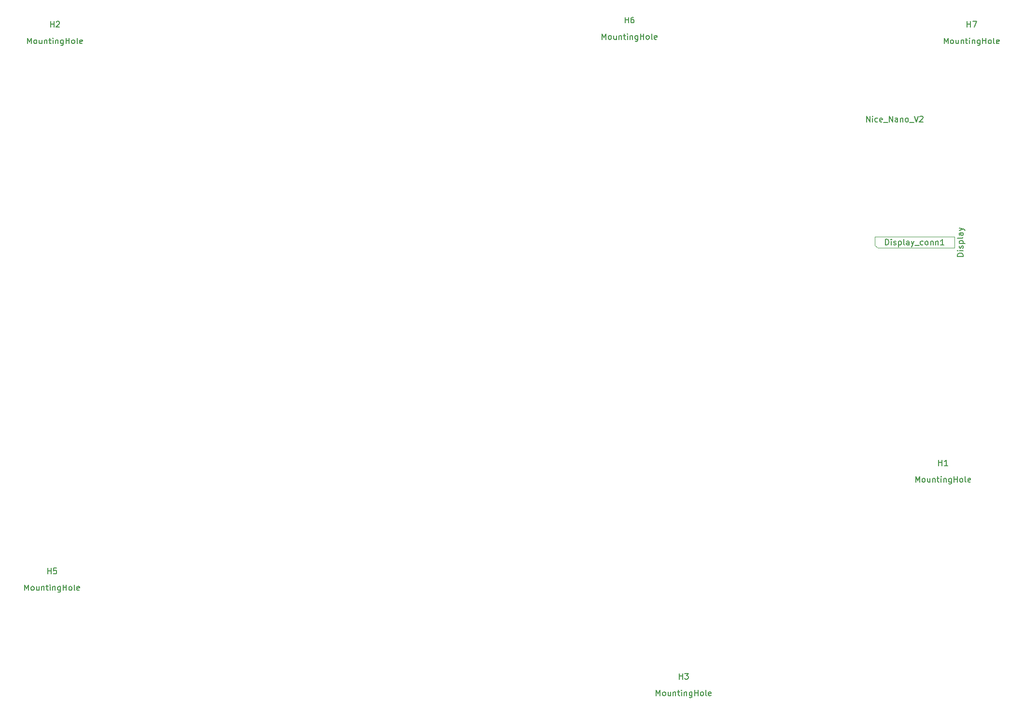
<source format=gbr>
%TF.GenerationSoftware,KiCad,Pcbnew,8.0.2-1*%
%TF.CreationDate,2024-06-04T11:33:55+02:00*%
%TF.ProjectId,keyboard,6b657962-6f61-4726-942e-6b696361645f,rev?*%
%TF.SameCoordinates,Original*%
%TF.FileFunction,AssemblyDrawing,Top*%
%FSLAX46Y46*%
G04 Gerber Fmt 4.6, Leading zero omitted, Abs format (unit mm)*
G04 Created by KiCad (PCBNEW 8.0.2-1) date 2024-06-04 11:33:55*
%MOMM*%
%LPD*%
G01*
G04 APERTURE LIST*
%ADD10C,0.150000*%
%ADD11C,0.100000*%
G04 APERTURE END LIST*
D10*
X193464285Y-110854819D02*
X193464285Y-109854819D01*
X193464285Y-109854819D02*
X193797618Y-110569104D01*
X193797618Y-110569104D02*
X194130951Y-109854819D01*
X194130951Y-109854819D02*
X194130951Y-110854819D01*
X194749999Y-110854819D02*
X194654761Y-110807200D01*
X194654761Y-110807200D02*
X194607142Y-110759580D01*
X194607142Y-110759580D02*
X194559523Y-110664342D01*
X194559523Y-110664342D02*
X194559523Y-110378628D01*
X194559523Y-110378628D02*
X194607142Y-110283390D01*
X194607142Y-110283390D02*
X194654761Y-110235771D01*
X194654761Y-110235771D02*
X194749999Y-110188152D01*
X194749999Y-110188152D02*
X194892856Y-110188152D01*
X194892856Y-110188152D02*
X194988094Y-110235771D01*
X194988094Y-110235771D02*
X195035713Y-110283390D01*
X195035713Y-110283390D02*
X195083332Y-110378628D01*
X195083332Y-110378628D02*
X195083332Y-110664342D01*
X195083332Y-110664342D02*
X195035713Y-110759580D01*
X195035713Y-110759580D02*
X194988094Y-110807200D01*
X194988094Y-110807200D02*
X194892856Y-110854819D01*
X194892856Y-110854819D02*
X194749999Y-110854819D01*
X195940475Y-110188152D02*
X195940475Y-110854819D01*
X195511904Y-110188152D02*
X195511904Y-110711961D01*
X195511904Y-110711961D02*
X195559523Y-110807200D01*
X195559523Y-110807200D02*
X195654761Y-110854819D01*
X195654761Y-110854819D02*
X195797618Y-110854819D01*
X195797618Y-110854819D02*
X195892856Y-110807200D01*
X195892856Y-110807200D02*
X195940475Y-110759580D01*
X196416666Y-110188152D02*
X196416666Y-110854819D01*
X196416666Y-110283390D02*
X196464285Y-110235771D01*
X196464285Y-110235771D02*
X196559523Y-110188152D01*
X196559523Y-110188152D02*
X196702380Y-110188152D01*
X196702380Y-110188152D02*
X196797618Y-110235771D01*
X196797618Y-110235771D02*
X196845237Y-110331009D01*
X196845237Y-110331009D02*
X196845237Y-110854819D01*
X197178571Y-110188152D02*
X197559523Y-110188152D01*
X197321428Y-109854819D02*
X197321428Y-110711961D01*
X197321428Y-110711961D02*
X197369047Y-110807200D01*
X197369047Y-110807200D02*
X197464285Y-110854819D01*
X197464285Y-110854819D02*
X197559523Y-110854819D01*
X197892857Y-110854819D02*
X197892857Y-110188152D01*
X197892857Y-109854819D02*
X197845238Y-109902438D01*
X197845238Y-109902438D02*
X197892857Y-109950057D01*
X197892857Y-109950057D02*
X197940476Y-109902438D01*
X197940476Y-109902438D02*
X197892857Y-109854819D01*
X197892857Y-109854819D02*
X197892857Y-109950057D01*
X198369047Y-110188152D02*
X198369047Y-110854819D01*
X198369047Y-110283390D02*
X198416666Y-110235771D01*
X198416666Y-110235771D02*
X198511904Y-110188152D01*
X198511904Y-110188152D02*
X198654761Y-110188152D01*
X198654761Y-110188152D02*
X198749999Y-110235771D01*
X198749999Y-110235771D02*
X198797618Y-110331009D01*
X198797618Y-110331009D02*
X198797618Y-110854819D01*
X199702380Y-110188152D02*
X199702380Y-110997676D01*
X199702380Y-110997676D02*
X199654761Y-111092914D01*
X199654761Y-111092914D02*
X199607142Y-111140533D01*
X199607142Y-111140533D02*
X199511904Y-111188152D01*
X199511904Y-111188152D02*
X199369047Y-111188152D01*
X199369047Y-111188152D02*
X199273809Y-111140533D01*
X199702380Y-110807200D02*
X199607142Y-110854819D01*
X199607142Y-110854819D02*
X199416666Y-110854819D01*
X199416666Y-110854819D02*
X199321428Y-110807200D01*
X199321428Y-110807200D02*
X199273809Y-110759580D01*
X199273809Y-110759580D02*
X199226190Y-110664342D01*
X199226190Y-110664342D02*
X199226190Y-110378628D01*
X199226190Y-110378628D02*
X199273809Y-110283390D01*
X199273809Y-110283390D02*
X199321428Y-110235771D01*
X199321428Y-110235771D02*
X199416666Y-110188152D01*
X199416666Y-110188152D02*
X199607142Y-110188152D01*
X199607142Y-110188152D02*
X199702380Y-110235771D01*
X200178571Y-110854819D02*
X200178571Y-109854819D01*
X200178571Y-110331009D02*
X200749999Y-110331009D01*
X200749999Y-110854819D02*
X200749999Y-109854819D01*
X201369047Y-110854819D02*
X201273809Y-110807200D01*
X201273809Y-110807200D02*
X201226190Y-110759580D01*
X201226190Y-110759580D02*
X201178571Y-110664342D01*
X201178571Y-110664342D02*
X201178571Y-110378628D01*
X201178571Y-110378628D02*
X201226190Y-110283390D01*
X201226190Y-110283390D02*
X201273809Y-110235771D01*
X201273809Y-110235771D02*
X201369047Y-110188152D01*
X201369047Y-110188152D02*
X201511904Y-110188152D01*
X201511904Y-110188152D02*
X201607142Y-110235771D01*
X201607142Y-110235771D02*
X201654761Y-110283390D01*
X201654761Y-110283390D02*
X201702380Y-110378628D01*
X201702380Y-110378628D02*
X201702380Y-110664342D01*
X201702380Y-110664342D02*
X201654761Y-110759580D01*
X201654761Y-110759580D02*
X201607142Y-110807200D01*
X201607142Y-110807200D02*
X201511904Y-110854819D01*
X201511904Y-110854819D02*
X201369047Y-110854819D01*
X202273809Y-110854819D02*
X202178571Y-110807200D01*
X202178571Y-110807200D02*
X202130952Y-110711961D01*
X202130952Y-110711961D02*
X202130952Y-109854819D01*
X203035714Y-110807200D02*
X202940476Y-110854819D01*
X202940476Y-110854819D02*
X202750000Y-110854819D01*
X202750000Y-110854819D02*
X202654762Y-110807200D01*
X202654762Y-110807200D02*
X202607143Y-110711961D01*
X202607143Y-110711961D02*
X202607143Y-110331009D01*
X202607143Y-110331009D02*
X202654762Y-110235771D01*
X202654762Y-110235771D02*
X202750000Y-110188152D01*
X202750000Y-110188152D02*
X202940476Y-110188152D01*
X202940476Y-110188152D02*
X203035714Y-110235771D01*
X203035714Y-110235771D02*
X203083333Y-110331009D01*
X203083333Y-110331009D02*
X203083333Y-110426247D01*
X203083333Y-110426247D02*
X202607143Y-110521485D01*
X197488095Y-107954819D02*
X197488095Y-106954819D01*
X197488095Y-107431009D02*
X198059523Y-107431009D01*
X198059523Y-107954819D02*
X198059523Y-106954819D01*
X199059523Y-107954819D02*
X198488095Y-107954819D01*
X198773809Y-107954819D02*
X198773809Y-106954819D01*
X198773809Y-106954819D02*
X198678571Y-107097676D01*
X198678571Y-107097676D02*
X198583333Y-107192914D01*
X198583333Y-107192914D02*
X198488095Y-107240533D01*
X37714285Y-33854819D02*
X37714285Y-32854819D01*
X37714285Y-32854819D02*
X38047618Y-33569104D01*
X38047618Y-33569104D02*
X38380951Y-32854819D01*
X38380951Y-32854819D02*
X38380951Y-33854819D01*
X38999999Y-33854819D02*
X38904761Y-33807200D01*
X38904761Y-33807200D02*
X38857142Y-33759580D01*
X38857142Y-33759580D02*
X38809523Y-33664342D01*
X38809523Y-33664342D02*
X38809523Y-33378628D01*
X38809523Y-33378628D02*
X38857142Y-33283390D01*
X38857142Y-33283390D02*
X38904761Y-33235771D01*
X38904761Y-33235771D02*
X38999999Y-33188152D01*
X38999999Y-33188152D02*
X39142856Y-33188152D01*
X39142856Y-33188152D02*
X39238094Y-33235771D01*
X39238094Y-33235771D02*
X39285713Y-33283390D01*
X39285713Y-33283390D02*
X39333332Y-33378628D01*
X39333332Y-33378628D02*
X39333332Y-33664342D01*
X39333332Y-33664342D02*
X39285713Y-33759580D01*
X39285713Y-33759580D02*
X39238094Y-33807200D01*
X39238094Y-33807200D02*
X39142856Y-33854819D01*
X39142856Y-33854819D02*
X38999999Y-33854819D01*
X40190475Y-33188152D02*
X40190475Y-33854819D01*
X39761904Y-33188152D02*
X39761904Y-33711961D01*
X39761904Y-33711961D02*
X39809523Y-33807200D01*
X39809523Y-33807200D02*
X39904761Y-33854819D01*
X39904761Y-33854819D02*
X40047618Y-33854819D01*
X40047618Y-33854819D02*
X40142856Y-33807200D01*
X40142856Y-33807200D02*
X40190475Y-33759580D01*
X40666666Y-33188152D02*
X40666666Y-33854819D01*
X40666666Y-33283390D02*
X40714285Y-33235771D01*
X40714285Y-33235771D02*
X40809523Y-33188152D01*
X40809523Y-33188152D02*
X40952380Y-33188152D01*
X40952380Y-33188152D02*
X41047618Y-33235771D01*
X41047618Y-33235771D02*
X41095237Y-33331009D01*
X41095237Y-33331009D02*
X41095237Y-33854819D01*
X41428571Y-33188152D02*
X41809523Y-33188152D01*
X41571428Y-32854819D02*
X41571428Y-33711961D01*
X41571428Y-33711961D02*
X41619047Y-33807200D01*
X41619047Y-33807200D02*
X41714285Y-33854819D01*
X41714285Y-33854819D02*
X41809523Y-33854819D01*
X42142857Y-33854819D02*
X42142857Y-33188152D01*
X42142857Y-32854819D02*
X42095238Y-32902438D01*
X42095238Y-32902438D02*
X42142857Y-32950057D01*
X42142857Y-32950057D02*
X42190476Y-32902438D01*
X42190476Y-32902438D02*
X42142857Y-32854819D01*
X42142857Y-32854819D02*
X42142857Y-32950057D01*
X42619047Y-33188152D02*
X42619047Y-33854819D01*
X42619047Y-33283390D02*
X42666666Y-33235771D01*
X42666666Y-33235771D02*
X42761904Y-33188152D01*
X42761904Y-33188152D02*
X42904761Y-33188152D01*
X42904761Y-33188152D02*
X42999999Y-33235771D01*
X42999999Y-33235771D02*
X43047618Y-33331009D01*
X43047618Y-33331009D02*
X43047618Y-33854819D01*
X43952380Y-33188152D02*
X43952380Y-33997676D01*
X43952380Y-33997676D02*
X43904761Y-34092914D01*
X43904761Y-34092914D02*
X43857142Y-34140533D01*
X43857142Y-34140533D02*
X43761904Y-34188152D01*
X43761904Y-34188152D02*
X43619047Y-34188152D01*
X43619047Y-34188152D02*
X43523809Y-34140533D01*
X43952380Y-33807200D02*
X43857142Y-33854819D01*
X43857142Y-33854819D02*
X43666666Y-33854819D01*
X43666666Y-33854819D02*
X43571428Y-33807200D01*
X43571428Y-33807200D02*
X43523809Y-33759580D01*
X43523809Y-33759580D02*
X43476190Y-33664342D01*
X43476190Y-33664342D02*
X43476190Y-33378628D01*
X43476190Y-33378628D02*
X43523809Y-33283390D01*
X43523809Y-33283390D02*
X43571428Y-33235771D01*
X43571428Y-33235771D02*
X43666666Y-33188152D01*
X43666666Y-33188152D02*
X43857142Y-33188152D01*
X43857142Y-33188152D02*
X43952380Y-33235771D01*
X44428571Y-33854819D02*
X44428571Y-32854819D01*
X44428571Y-33331009D02*
X44999999Y-33331009D01*
X44999999Y-33854819D02*
X44999999Y-32854819D01*
X45619047Y-33854819D02*
X45523809Y-33807200D01*
X45523809Y-33807200D02*
X45476190Y-33759580D01*
X45476190Y-33759580D02*
X45428571Y-33664342D01*
X45428571Y-33664342D02*
X45428571Y-33378628D01*
X45428571Y-33378628D02*
X45476190Y-33283390D01*
X45476190Y-33283390D02*
X45523809Y-33235771D01*
X45523809Y-33235771D02*
X45619047Y-33188152D01*
X45619047Y-33188152D02*
X45761904Y-33188152D01*
X45761904Y-33188152D02*
X45857142Y-33235771D01*
X45857142Y-33235771D02*
X45904761Y-33283390D01*
X45904761Y-33283390D02*
X45952380Y-33378628D01*
X45952380Y-33378628D02*
X45952380Y-33664342D01*
X45952380Y-33664342D02*
X45904761Y-33759580D01*
X45904761Y-33759580D02*
X45857142Y-33807200D01*
X45857142Y-33807200D02*
X45761904Y-33854819D01*
X45761904Y-33854819D02*
X45619047Y-33854819D01*
X46523809Y-33854819D02*
X46428571Y-33807200D01*
X46428571Y-33807200D02*
X46380952Y-33711961D01*
X46380952Y-33711961D02*
X46380952Y-32854819D01*
X47285714Y-33807200D02*
X47190476Y-33854819D01*
X47190476Y-33854819D02*
X47000000Y-33854819D01*
X47000000Y-33854819D02*
X46904762Y-33807200D01*
X46904762Y-33807200D02*
X46857143Y-33711961D01*
X46857143Y-33711961D02*
X46857143Y-33331009D01*
X46857143Y-33331009D02*
X46904762Y-33235771D01*
X46904762Y-33235771D02*
X47000000Y-33188152D01*
X47000000Y-33188152D02*
X47190476Y-33188152D01*
X47190476Y-33188152D02*
X47285714Y-33235771D01*
X47285714Y-33235771D02*
X47333333Y-33331009D01*
X47333333Y-33331009D02*
X47333333Y-33426247D01*
X47333333Y-33426247D02*
X46857143Y-33521485D01*
X41738095Y-30954819D02*
X41738095Y-29954819D01*
X41738095Y-30431009D02*
X42309523Y-30431009D01*
X42309523Y-30954819D02*
X42309523Y-29954819D01*
X42738095Y-30050057D02*
X42785714Y-30002438D01*
X42785714Y-30002438D02*
X42880952Y-29954819D01*
X42880952Y-29954819D02*
X43119047Y-29954819D01*
X43119047Y-29954819D02*
X43214285Y-30002438D01*
X43214285Y-30002438D02*
X43261904Y-30050057D01*
X43261904Y-30050057D02*
X43309523Y-30145295D01*
X43309523Y-30145295D02*
X43309523Y-30240533D01*
X43309523Y-30240533D02*
X43261904Y-30383390D01*
X43261904Y-30383390D02*
X42690476Y-30954819D01*
X42690476Y-30954819D02*
X43309523Y-30954819D01*
X147964285Y-148354819D02*
X147964285Y-147354819D01*
X147964285Y-147354819D02*
X148297618Y-148069104D01*
X148297618Y-148069104D02*
X148630951Y-147354819D01*
X148630951Y-147354819D02*
X148630951Y-148354819D01*
X149249999Y-148354819D02*
X149154761Y-148307200D01*
X149154761Y-148307200D02*
X149107142Y-148259580D01*
X149107142Y-148259580D02*
X149059523Y-148164342D01*
X149059523Y-148164342D02*
X149059523Y-147878628D01*
X149059523Y-147878628D02*
X149107142Y-147783390D01*
X149107142Y-147783390D02*
X149154761Y-147735771D01*
X149154761Y-147735771D02*
X149249999Y-147688152D01*
X149249999Y-147688152D02*
X149392856Y-147688152D01*
X149392856Y-147688152D02*
X149488094Y-147735771D01*
X149488094Y-147735771D02*
X149535713Y-147783390D01*
X149535713Y-147783390D02*
X149583332Y-147878628D01*
X149583332Y-147878628D02*
X149583332Y-148164342D01*
X149583332Y-148164342D02*
X149535713Y-148259580D01*
X149535713Y-148259580D02*
X149488094Y-148307200D01*
X149488094Y-148307200D02*
X149392856Y-148354819D01*
X149392856Y-148354819D02*
X149249999Y-148354819D01*
X150440475Y-147688152D02*
X150440475Y-148354819D01*
X150011904Y-147688152D02*
X150011904Y-148211961D01*
X150011904Y-148211961D02*
X150059523Y-148307200D01*
X150059523Y-148307200D02*
X150154761Y-148354819D01*
X150154761Y-148354819D02*
X150297618Y-148354819D01*
X150297618Y-148354819D02*
X150392856Y-148307200D01*
X150392856Y-148307200D02*
X150440475Y-148259580D01*
X150916666Y-147688152D02*
X150916666Y-148354819D01*
X150916666Y-147783390D02*
X150964285Y-147735771D01*
X150964285Y-147735771D02*
X151059523Y-147688152D01*
X151059523Y-147688152D02*
X151202380Y-147688152D01*
X151202380Y-147688152D02*
X151297618Y-147735771D01*
X151297618Y-147735771D02*
X151345237Y-147831009D01*
X151345237Y-147831009D02*
X151345237Y-148354819D01*
X151678571Y-147688152D02*
X152059523Y-147688152D01*
X151821428Y-147354819D02*
X151821428Y-148211961D01*
X151821428Y-148211961D02*
X151869047Y-148307200D01*
X151869047Y-148307200D02*
X151964285Y-148354819D01*
X151964285Y-148354819D02*
X152059523Y-148354819D01*
X152392857Y-148354819D02*
X152392857Y-147688152D01*
X152392857Y-147354819D02*
X152345238Y-147402438D01*
X152345238Y-147402438D02*
X152392857Y-147450057D01*
X152392857Y-147450057D02*
X152440476Y-147402438D01*
X152440476Y-147402438D02*
X152392857Y-147354819D01*
X152392857Y-147354819D02*
X152392857Y-147450057D01*
X152869047Y-147688152D02*
X152869047Y-148354819D01*
X152869047Y-147783390D02*
X152916666Y-147735771D01*
X152916666Y-147735771D02*
X153011904Y-147688152D01*
X153011904Y-147688152D02*
X153154761Y-147688152D01*
X153154761Y-147688152D02*
X153249999Y-147735771D01*
X153249999Y-147735771D02*
X153297618Y-147831009D01*
X153297618Y-147831009D02*
X153297618Y-148354819D01*
X154202380Y-147688152D02*
X154202380Y-148497676D01*
X154202380Y-148497676D02*
X154154761Y-148592914D01*
X154154761Y-148592914D02*
X154107142Y-148640533D01*
X154107142Y-148640533D02*
X154011904Y-148688152D01*
X154011904Y-148688152D02*
X153869047Y-148688152D01*
X153869047Y-148688152D02*
X153773809Y-148640533D01*
X154202380Y-148307200D02*
X154107142Y-148354819D01*
X154107142Y-148354819D02*
X153916666Y-148354819D01*
X153916666Y-148354819D02*
X153821428Y-148307200D01*
X153821428Y-148307200D02*
X153773809Y-148259580D01*
X153773809Y-148259580D02*
X153726190Y-148164342D01*
X153726190Y-148164342D02*
X153726190Y-147878628D01*
X153726190Y-147878628D02*
X153773809Y-147783390D01*
X153773809Y-147783390D02*
X153821428Y-147735771D01*
X153821428Y-147735771D02*
X153916666Y-147688152D01*
X153916666Y-147688152D02*
X154107142Y-147688152D01*
X154107142Y-147688152D02*
X154202380Y-147735771D01*
X154678571Y-148354819D02*
X154678571Y-147354819D01*
X154678571Y-147831009D02*
X155249999Y-147831009D01*
X155249999Y-148354819D02*
X155249999Y-147354819D01*
X155869047Y-148354819D02*
X155773809Y-148307200D01*
X155773809Y-148307200D02*
X155726190Y-148259580D01*
X155726190Y-148259580D02*
X155678571Y-148164342D01*
X155678571Y-148164342D02*
X155678571Y-147878628D01*
X155678571Y-147878628D02*
X155726190Y-147783390D01*
X155726190Y-147783390D02*
X155773809Y-147735771D01*
X155773809Y-147735771D02*
X155869047Y-147688152D01*
X155869047Y-147688152D02*
X156011904Y-147688152D01*
X156011904Y-147688152D02*
X156107142Y-147735771D01*
X156107142Y-147735771D02*
X156154761Y-147783390D01*
X156154761Y-147783390D02*
X156202380Y-147878628D01*
X156202380Y-147878628D02*
X156202380Y-148164342D01*
X156202380Y-148164342D02*
X156154761Y-148259580D01*
X156154761Y-148259580D02*
X156107142Y-148307200D01*
X156107142Y-148307200D02*
X156011904Y-148354819D01*
X156011904Y-148354819D02*
X155869047Y-148354819D01*
X156773809Y-148354819D02*
X156678571Y-148307200D01*
X156678571Y-148307200D02*
X156630952Y-148211961D01*
X156630952Y-148211961D02*
X156630952Y-147354819D01*
X157535714Y-148307200D02*
X157440476Y-148354819D01*
X157440476Y-148354819D02*
X157250000Y-148354819D01*
X157250000Y-148354819D02*
X157154762Y-148307200D01*
X157154762Y-148307200D02*
X157107143Y-148211961D01*
X157107143Y-148211961D02*
X157107143Y-147831009D01*
X157107143Y-147831009D02*
X157154762Y-147735771D01*
X157154762Y-147735771D02*
X157250000Y-147688152D01*
X157250000Y-147688152D02*
X157440476Y-147688152D01*
X157440476Y-147688152D02*
X157535714Y-147735771D01*
X157535714Y-147735771D02*
X157583333Y-147831009D01*
X157583333Y-147831009D02*
X157583333Y-147926247D01*
X157583333Y-147926247D02*
X157107143Y-148021485D01*
X151988095Y-145454819D02*
X151988095Y-144454819D01*
X151988095Y-144931009D02*
X152559523Y-144931009D01*
X152559523Y-145454819D02*
X152559523Y-144454819D01*
X152940476Y-144454819D02*
X153559523Y-144454819D01*
X153559523Y-144454819D02*
X153226190Y-144835771D01*
X153226190Y-144835771D02*
X153369047Y-144835771D01*
X153369047Y-144835771D02*
X153464285Y-144883390D01*
X153464285Y-144883390D02*
X153511904Y-144931009D01*
X153511904Y-144931009D02*
X153559523Y-145026247D01*
X153559523Y-145026247D02*
X153559523Y-145264342D01*
X153559523Y-145264342D02*
X153511904Y-145359580D01*
X153511904Y-145359580D02*
X153464285Y-145407200D01*
X153464285Y-145407200D02*
X153369047Y-145454819D01*
X153369047Y-145454819D02*
X153083333Y-145454819D01*
X153083333Y-145454819D02*
X152988095Y-145407200D01*
X152988095Y-145407200D02*
X152940476Y-145359580D01*
X138464285Y-33104819D02*
X138464285Y-32104819D01*
X138464285Y-32104819D02*
X138797618Y-32819104D01*
X138797618Y-32819104D02*
X139130951Y-32104819D01*
X139130951Y-32104819D02*
X139130951Y-33104819D01*
X139749999Y-33104819D02*
X139654761Y-33057200D01*
X139654761Y-33057200D02*
X139607142Y-33009580D01*
X139607142Y-33009580D02*
X139559523Y-32914342D01*
X139559523Y-32914342D02*
X139559523Y-32628628D01*
X139559523Y-32628628D02*
X139607142Y-32533390D01*
X139607142Y-32533390D02*
X139654761Y-32485771D01*
X139654761Y-32485771D02*
X139749999Y-32438152D01*
X139749999Y-32438152D02*
X139892856Y-32438152D01*
X139892856Y-32438152D02*
X139988094Y-32485771D01*
X139988094Y-32485771D02*
X140035713Y-32533390D01*
X140035713Y-32533390D02*
X140083332Y-32628628D01*
X140083332Y-32628628D02*
X140083332Y-32914342D01*
X140083332Y-32914342D02*
X140035713Y-33009580D01*
X140035713Y-33009580D02*
X139988094Y-33057200D01*
X139988094Y-33057200D02*
X139892856Y-33104819D01*
X139892856Y-33104819D02*
X139749999Y-33104819D01*
X140940475Y-32438152D02*
X140940475Y-33104819D01*
X140511904Y-32438152D02*
X140511904Y-32961961D01*
X140511904Y-32961961D02*
X140559523Y-33057200D01*
X140559523Y-33057200D02*
X140654761Y-33104819D01*
X140654761Y-33104819D02*
X140797618Y-33104819D01*
X140797618Y-33104819D02*
X140892856Y-33057200D01*
X140892856Y-33057200D02*
X140940475Y-33009580D01*
X141416666Y-32438152D02*
X141416666Y-33104819D01*
X141416666Y-32533390D02*
X141464285Y-32485771D01*
X141464285Y-32485771D02*
X141559523Y-32438152D01*
X141559523Y-32438152D02*
X141702380Y-32438152D01*
X141702380Y-32438152D02*
X141797618Y-32485771D01*
X141797618Y-32485771D02*
X141845237Y-32581009D01*
X141845237Y-32581009D02*
X141845237Y-33104819D01*
X142178571Y-32438152D02*
X142559523Y-32438152D01*
X142321428Y-32104819D02*
X142321428Y-32961961D01*
X142321428Y-32961961D02*
X142369047Y-33057200D01*
X142369047Y-33057200D02*
X142464285Y-33104819D01*
X142464285Y-33104819D02*
X142559523Y-33104819D01*
X142892857Y-33104819D02*
X142892857Y-32438152D01*
X142892857Y-32104819D02*
X142845238Y-32152438D01*
X142845238Y-32152438D02*
X142892857Y-32200057D01*
X142892857Y-32200057D02*
X142940476Y-32152438D01*
X142940476Y-32152438D02*
X142892857Y-32104819D01*
X142892857Y-32104819D02*
X142892857Y-32200057D01*
X143369047Y-32438152D02*
X143369047Y-33104819D01*
X143369047Y-32533390D02*
X143416666Y-32485771D01*
X143416666Y-32485771D02*
X143511904Y-32438152D01*
X143511904Y-32438152D02*
X143654761Y-32438152D01*
X143654761Y-32438152D02*
X143749999Y-32485771D01*
X143749999Y-32485771D02*
X143797618Y-32581009D01*
X143797618Y-32581009D02*
X143797618Y-33104819D01*
X144702380Y-32438152D02*
X144702380Y-33247676D01*
X144702380Y-33247676D02*
X144654761Y-33342914D01*
X144654761Y-33342914D02*
X144607142Y-33390533D01*
X144607142Y-33390533D02*
X144511904Y-33438152D01*
X144511904Y-33438152D02*
X144369047Y-33438152D01*
X144369047Y-33438152D02*
X144273809Y-33390533D01*
X144702380Y-33057200D02*
X144607142Y-33104819D01*
X144607142Y-33104819D02*
X144416666Y-33104819D01*
X144416666Y-33104819D02*
X144321428Y-33057200D01*
X144321428Y-33057200D02*
X144273809Y-33009580D01*
X144273809Y-33009580D02*
X144226190Y-32914342D01*
X144226190Y-32914342D02*
X144226190Y-32628628D01*
X144226190Y-32628628D02*
X144273809Y-32533390D01*
X144273809Y-32533390D02*
X144321428Y-32485771D01*
X144321428Y-32485771D02*
X144416666Y-32438152D01*
X144416666Y-32438152D02*
X144607142Y-32438152D01*
X144607142Y-32438152D02*
X144702380Y-32485771D01*
X145178571Y-33104819D02*
X145178571Y-32104819D01*
X145178571Y-32581009D02*
X145749999Y-32581009D01*
X145749999Y-33104819D02*
X145749999Y-32104819D01*
X146369047Y-33104819D02*
X146273809Y-33057200D01*
X146273809Y-33057200D02*
X146226190Y-33009580D01*
X146226190Y-33009580D02*
X146178571Y-32914342D01*
X146178571Y-32914342D02*
X146178571Y-32628628D01*
X146178571Y-32628628D02*
X146226190Y-32533390D01*
X146226190Y-32533390D02*
X146273809Y-32485771D01*
X146273809Y-32485771D02*
X146369047Y-32438152D01*
X146369047Y-32438152D02*
X146511904Y-32438152D01*
X146511904Y-32438152D02*
X146607142Y-32485771D01*
X146607142Y-32485771D02*
X146654761Y-32533390D01*
X146654761Y-32533390D02*
X146702380Y-32628628D01*
X146702380Y-32628628D02*
X146702380Y-32914342D01*
X146702380Y-32914342D02*
X146654761Y-33009580D01*
X146654761Y-33009580D02*
X146607142Y-33057200D01*
X146607142Y-33057200D02*
X146511904Y-33104819D01*
X146511904Y-33104819D02*
X146369047Y-33104819D01*
X147273809Y-33104819D02*
X147178571Y-33057200D01*
X147178571Y-33057200D02*
X147130952Y-32961961D01*
X147130952Y-32961961D02*
X147130952Y-32104819D01*
X148035714Y-33057200D02*
X147940476Y-33104819D01*
X147940476Y-33104819D02*
X147750000Y-33104819D01*
X147750000Y-33104819D02*
X147654762Y-33057200D01*
X147654762Y-33057200D02*
X147607143Y-32961961D01*
X147607143Y-32961961D02*
X147607143Y-32581009D01*
X147607143Y-32581009D02*
X147654762Y-32485771D01*
X147654762Y-32485771D02*
X147750000Y-32438152D01*
X147750000Y-32438152D02*
X147940476Y-32438152D01*
X147940476Y-32438152D02*
X148035714Y-32485771D01*
X148035714Y-32485771D02*
X148083333Y-32581009D01*
X148083333Y-32581009D02*
X148083333Y-32676247D01*
X148083333Y-32676247D02*
X147607143Y-32771485D01*
X142488095Y-30204819D02*
X142488095Y-29204819D01*
X142488095Y-29681009D02*
X143059523Y-29681009D01*
X143059523Y-30204819D02*
X143059523Y-29204819D01*
X143964285Y-29204819D02*
X143773809Y-29204819D01*
X143773809Y-29204819D02*
X143678571Y-29252438D01*
X143678571Y-29252438D02*
X143630952Y-29300057D01*
X143630952Y-29300057D02*
X143535714Y-29442914D01*
X143535714Y-29442914D02*
X143488095Y-29633390D01*
X143488095Y-29633390D02*
X143488095Y-30014342D01*
X143488095Y-30014342D02*
X143535714Y-30109580D01*
X143535714Y-30109580D02*
X143583333Y-30157200D01*
X143583333Y-30157200D02*
X143678571Y-30204819D01*
X143678571Y-30204819D02*
X143869047Y-30204819D01*
X143869047Y-30204819D02*
X143964285Y-30157200D01*
X143964285Y-30157200D02*
X144011904Y-30109580D01*
X144011904Y-30109580D02*
X144059523Y-30014342D01*
X144059523Y-30014342D02*
X144059523Y-29776247D01*
X144059523Y-29776247D02*
X144011904Y-29681009D01*
X144011904Y-29681009D02*
X143964285Y-29633390D01*
X143964285Y-29633390D02*
X143869047Y-29585771D01*
X143869047Y-29585771D02*
X143678571Y-29585771D01*
X143678571Y-29585771D02*
X143583333Y-29633390D01*
X143583333Y-29633390D02*
X143535714Y-29681009D01*
X143535714Y-29681009D02*
X143488095Y-29776247D01*
X184821428Y-47589819D02*
X184821428Y-46589819D01*
X184821428Y-46589819D02*
X185392856Y-47589819D01*
X185392856Y-47589819D02*
X185392856Y-46589819D01*
X185869047Y-47589819D02*
X185869047Y-46923152D01*
X185869047Y-46589819D02*
X185821428Y-46637438D01*
X185821428Y-46637438D02*
X185869047Y-46685057D01*
X185869047Y-46685057D02*
X185916666Y-46637438D01*
X185916666Y-46637438D02*
X185869047Y-46589819D01*
X185869047Y-46589819D02*
X185869047Y-46685057D01*
X186773808Y-47542200D02*
X186678570Y-47589819D01*
X186678570Y-47589819D02*
X186488094Y-47589819D01*
X186488094Y-47589819D02*
X186392856Y-47542200D01*
X186392856Y-47542200D02*
X186345237Y-47494580D01*
X186345237Y-47494580D02*
X186297618Y-47399342D01*
X186297618Y-47399342D02*
X186297618Y-47113628D01*
X186297618Y-47113628D02*
X186345237Y-47018390D01*
X186345237Y-47018390D02*
X186392856Y-46970771D01*
X186392856Y-46970771D02*
X186488094Y-46923152D01*
X186488094Y-46923152D02*
X186678570Y-46923152D01*
X186678570Y-46923152D02*
X186773808Y-46970771D01*
X187583332Y-47542200D02*
X187488094Y-47589819D01*
X187488094Y-47589819D02*
X187297618Y-47589819D01*
X187297618Y-47589819D02*
X187202380Y-47542200D01*
X187202380Y-47542200D02*
X187154761Y-47446961D01*
X187154761Y-47446961D02*
X187154761Y-47066009D01*
X187154761Y-47066009D02*
X187202380Y-46970771D01*
X187202380Y-46970771D02*
X187297618Y-46923152D01*
X187297618Y-46923152D02*
X187488094Y-46923152D01*
X187488094Y-46923152D02*
X187583332Y-46970771D01*
X187583332Y-46970771D02*
X187630951Y-47066009D01*
X187630951Y-47066009D02*
X187630951Y-47161247D01*
X187630951Y-47161247D02*
X187154761Y-47256485D01*
X187821428Y-47685057D02*
X188583332Y-47685057D01*
X188821428Y-47589819D02*
X188821428Y-46589819D01*
X188821428Y-46589819D02*
X189392856Y-47589819D01*
X189392856Y-47589819D02*
X189392856Y-46589819D01*
X190297618Y-47589819D02*
X190297618Y-47066009D01*
X190297618Y-47066009D02*
X190249999Y-46970771D01*
X190249999Y-46970771D02*
X190154761Y-46923152D01*
X190154761Y-46923152D02*
X189964285Y-46923152D01*
X189964285Y-46923152D02*
X189869047Y-46970771D01*
X190297618Y-47542200D02*
X190202380Y-47589819D01*
X190202380Y-47589819D02*
X189964285Y-47589819D01*
X189964285Y-47589819D02*
X189869047Y-47542200D01*
X189869047Y-47542200D02*
X189821428Y-47446961D01*
X189821428Y-47446961D02*
X189821428Y-47351723D01*
X189821428Y-47351723D02*
X189869047Y-47256485D01*
X189869047Y-47256485D02*
X189964285Y-47208866D01*
X189964285Y-47208866D02*
X190202380Y-47208866D01*
X190202380Y-47208866D02*
X190297618Y-47161247D01*
X190773809Y-46923152D02*
X190773809Y-47589819D01*
X190773809Y-47018390D02*
X190821428Y-46970771D01*
X190821428Y-46970771D02*
X190916666Y-46923152D01*
X190916666Y-46923152D02*
X191059523Y-46923152D01*
X191059523Y-46923152D02*
X191154761Y-46970771D01*
X191154761Y-46970771D02*
X191202380Y-47066009D01*
X191202380Y-47066009D02*
X191202380Y-47589819D01*
X191821428Y-47589819D02*
X191726190Y-47542200D01*
X191726190Y-47542200D02*
X191678571Y-47494580D01*
X191678571Y-47494580D02*
X191630952Y-47399342D01*
X191630952Y-47399342D02*
X191630952Y-47113628D01*
X191630952Y-47113628D02*
X191678571Y-47018390D01*
X191678571Y-47018390D02*
X191726190Y-46970771D01*
X191726190Y-46970771D02*
X191821428Y-46923152D01*
X191821428Y-46923152D02*
X191964285Y-46923152D01*
X191964285Y-46923152D02*
X192059523Y-46970771D01*
X192059523Y-46970771D02*
X192107142Y-47018390D01*
X192107142Y-47018390D02*
X192154761Y-47113628D01*
X192154761Y-47113628D02*
X192154761Y-47399342D01*
X192154761Y-47399342D02*
X192107142Y-47494580D01*
X192107142Y-47494580D02*
X192059523Y-47542200D01*
X192059523Y-47542200D02*
X191964285Y-47589819D01*
X191964285Y-47589819D02*
X191821428Y-47589819D01*
X192345238Y-47685057D02*
X193107142Y-47685057D01*
X193202381Y-46589819D02*
X193535714Y-47589819D01*
X193535714Y-47589819D02*
X193869047Y-46589819D01*
X194154762Y-46685057D02*
X194202381Y-46637438D01*
X194202381Y-46637438D02*
X194297619Y-46589819D01*
X194297619Y-46589819D02*
X194535714Y-46589819D01*
X194535714Y-46589819D02*
X194630952Y-46637438D01*
X194630952Y-46637438D02*
X194678571Y-46685057D01*
X194678571Y-46685057D02*
X194726190Y-46780295D01*
X194726190Y-46780295D02*
X194726190Y-46875533D01*
X194726190Y-46875533D02*
X194678571Y-47018390D01*
X194678571Y-47018390D02*
X194107143Y-47589819D01*
X194107143Y-47589819D02*
X194726190Y-47589819D01*
X198464285Y-33854819D02*
X198464285Y-32854819D01*
X198464285Y-32854819D02*
X198797618Y-33569104D01*
X198797618Y-33569104D02*
X199130951Y-32854819D01*
X199130951Y-32854819D02*
X199130951Y-33854819D01*
X199749999Y-33854819D02*
X199654761Y-33807200D01*
X199654761Y-33807200D02*
X199607142Y-33759580D01*
X199607142Y-33759580D02*
X199559523Y-33664342D01*
X199559523Y-33664342D02*
X199559523Y-33378628D01*
X199559523Y-33378628D02*
X199607142Y-33283390D01*
X199607142Y-33283390D02*
X199654761Y-33235771D01*
X199654761Y-33235771D02*
X199749999Y-33188152D01*
X199749999Y-33188152D02*
X199892856Y-33188152D01*
X199892856Y-33188152D02*
X199988094Y-33235771D01*
X199988094Y-33235771D02*
X200035713Y-33283390D01*
X200035713Y-33283390D02*
X200083332Y-33378628D01*
X200083332Y-33378628D02*
X200083332Y-33664342D01*
X200083332Y-33664342D02*
X200035713Y-33759580D01*
X200035713Y-33759580D02*
X199988094Y-33807200D01*
X199988094Y-33807200D02*
X199892856Y-33854819D01*
X199892856Y-33854819D02*
X199749999Y-33854819D01*
X200940475Y-33188152D02*
X200940475Y-33854819D01*
X200511904Y-33188152D02*
X200511904Y-33711961D01*
X200511904Y-33711961D02*
X200559523Y-33807200D01*
X200559523Y-33807200D02*
X200654761Y-33854819D01*
X200654761Y-33854819D02*
X200797618Y-33854819D01*
X200797618Y-33854819D02*
X200892856Y-33807200D01*
X200892856Y-33807200D02*
X200940475Y-33759580D01*
X201416666Y-33188152D02*
X201416666Y-33854819D01*
X201416666Y-33283390D02*
X201464285Y-33235771D01*
X201464285Y-33235771D02*
X201559523Y-33188152D01*
X201559523Y-33188152D02*
X201702380Y-33188152D01*
X201702380Y-33188152D02*
X201797618Y-33235771D01*
X201797618Y-33235771D02*
X201845237Y-33331009D01*
X201845237Y-33331009D02*
X201845237Y-33854819D01*
X202178571Y-33188152D02*
X202559523Y-33188152D01*
X202321428Y-32854819D02*
X202321428Y-33711961D01*
X202321428Y-33711961D02*
X202369047Y-33807200D01*
X202369047Y-33807200D02*
X202464285Y-33854819D01*
X202464285Y-33854819D02*
X202559523Y-33854819D01*
X202892857Y-33854819D02*
X202892857Y-33188152D01*
X202892857Y-32854819D02*
X202845238Y-32902438D01*
X202845238Y-32902438D02*
X202892857Y-32950057D01*
X202892857Y-32950057D02*
X202940476Y-32902438D01*
X202940476Y-32902438D02*
X202892857Y-32854819D01*
X202892857Y-32854819D02*
X202892857Y-32950057D01*
X203369047Y-33188152D02*
X203369047Y-33854819D01*
X203369047Y-33283390D02*
X203416666Y-33235771D01*
X203416666Y-33235771D02*
X203511904Y-33188152D01*
X203511904Y-33188152D02*
X203654761Y-33188152D01*
X203654761Y-33188152D02*
X203749999Y-33235771D01*
X203749999Y-33235771D02*
X203797618Y-33331009D01*
X203797618Y-33331009D02*
X203797618Y-33854819D01*
X204702380Y-33188152D02*
X204702380Y-33997676D01*
X204702380Y-33997676D02*
X204654761Y-34092914D01*
X204654761Y-34092914D02*
X204607142Y-34140533D01*
X204607142Y-34140533D02*
X204511904Y-34188152D01*
X204511904Y-34188152D02*
X204369047Y-34188152D01*
X204369047Y-34188152D02*
X204273809Y-34140533D01*
X204702380Y-33807200D02*
X204607142Y-33854819D01*
X204607142Y-33854819D02*
X204416666Y-33854819D01*
X204416666Y-33854819D02*
X204321428Y-33807200D01*
X204321428Y-33807200D02*
X204273809Y-33759580D01*
X204273809Y-33759580D02*
X204226190Y-33664342D01*
X204226190Y-33664342D02*
X204226190Y-33378628D01*
X204226190Y-33378628D02*
X204273809Y-33283390D01*
X204273809Y-33283390D02*
X204321428Y-33235771D01*
X204321428Y-33235771D02*
X204416666Y-33188152D01*
X204416666Y-33188152D02*
X204607142Y-33188152D01*
X204607142Y-33188152D02*
X204702380Y-33235771D01*
X205178571Y-33854819D02*
X205178571Y-32854819D01*
X205178571Y-33331009D02*
X205749999Y-33331009D01*
X205749999Y-33854819D02*
X205749999Y-32854819D01*
X206369047Y-33854819D02*
X206273809Y-33807200D01*
X206273809Y-33807200D02*
X206226190Y-33759580D01*
X206226190Y-33759580D02*
X206178571Y-33664342D01*
X206178571Y-33664342D02*
X206178571Y-33378628D01*
X206178571Y-33378628D02*
X206226190Y-33283390D01*
X206226190Y-33283390D02*
X206273809Y-33235771D01*
X206273809Y-33235771D02*
X206369047Y-33188152D01*
X206369047Y-33188152D02*
X206511904Y-33188152D01*
X206511904Y-33188152D02*
X206607142Y-33235771D01*
X206607142Y-33235771D02*
X206654761Y-33283390D01*
X206654761Y-33283390D02*
X206702380Y-33378628D01*
X206702380Y-33378628D02*
X206702380Y-33664342D01*
X206702380Y-33664342D02*
X206654761Y-33759580D01*
X206654761Y-33759580D02*
X206607142Y-33807200D01*
X206607142Y-33807200D02*
X206511904Y-33854819D01*
X206511904Y-33854819D02*
X206369047Y-33854819D01*
X207273809Y-33854819D02*
X207178571Y-33807200D01*
X207178571Y-33807200D02*
X207130952Y-33711961D01*
X207130952Y-33711961D02*
X207130952Y-32854819D01*
X208035714Y-33807200D02*
X207940476Y-33854819D01*
X207940476Y-33854819D02*
X207750000Y-33854819D01*
X207750000Y-33854819D02*
X207654762Y-33807200D01*
X207654762Y-33807200D02*
X207607143Y-33711961D01*
X207607143Y-33711961D02*
X207607143Y-33331009D01*
X207607143Y-33331009D02*
X207654762Y-33235771D01*
X207654762Y-33235771D02*
X207750000Y-33188152D01*
X207750000Y-33188152D02*
X207940476Y-33188152D01*
X207940476Y-33188152D02*
X208035714Y-33235771D01*
X208035714Y-33235771D02*
X208083333Y-33331009D01*
X208083333Y-33331009D02*
X208083333Y-33426247D01*
X208083333Y-33426247D02*
X207607143Y-33521485D01*
X202488095Y-30954819D02*
X202488095Y-29954819D01*
X202488095Y-30431009D02*
X203059523Y-30431009D01*
X203059523Y-30954819D02*
X203059523Y-29954819D01*
X203440476Y-29954819D02*
X204107142Y-29954819D01*
X204107142Y-29954819D02*
X203678571Y-30954819D01*
X37214285Y-129854819D02*
X37214285Y-128854819D01*
X37214285Y-128854819D02*
X37547618Y-129569104D01*
X37547618Y-129569104D02*
X37880951Y-128854819D01*
X37880951Y-128854819D02*
X37880951Y-129854819D01*
X38499999Y-129854819D02*
X38404761Y-129807200D01*
X38404761Y-129807200D02*
X38357142Y-129759580D01*
X38357142Y-129759580D02*
X38309523Y-129664342D01*
X38309523Y-129664342D02*
X38309523Y-129378628D01*
X38309523Y-129378628D02*
X38357142Y-129283390D01*
X38357142Y-129283390D02*
X38404761Y-129235771D01*
X38404761Y-129235771D02*
X38499999Y-129188152D01*
X38499999Y-129188152D02*
X38642856Y-129188152D01*
X38642856Y-129188152D02*
X38738094Y-129235771D01*
X38738094Y-129235771D02*
X38785713Y-129283390D01*
X38785713Y-129283390D02*
X38833332Y-129378628D01*
X38833332Y-129378628D02*
X38833332Y-129664342D01*
X38833332Y-129664342D02*
X38785713Y-129759580D01*
X38785713Y-129759580D02*
X38738094Y-129807200D01*
X38738094Y-129807200D02*
X38642856Y-129854819D01*
X38642856Y-129854819D02*
X38499999Y-129854819D01*
X39690475Y-129188152D02*
X39690475Y-129854819D01*
X39261904Y-129188152D02*
X39261904Y-129711961D01*
X39261904Y-129711961D02*
X39309523Y-129807200D01*
X39309523Y-129807200D02*
X39404761Y-129854819D01*
X39404761Y-129854819D02*
X39547618Y-129854819D01*
X39547618Y-129854819D02*
X39642856Y-129807200D01*
X39642856Y-129807200D02*
X39690475Y-129759580D01*
X40166666Y-129188152D02*
X40166666Y-129854819D01*
X40166666Y-129283390D02*
X40214285Y-129235771D01*
X40214285Y-129235771D02*
X40309523Y-129188152D01*
X40309523Y-129188152D02*
X40452380Y-129188152D01*
X40452380Y-129188152D02*
X40547618Y-129235771D01*
X40547618Y-129235771D02*
X40595237Y-129331009D01*
X40595237Y-129331009D02*
X40595237Y-129854819D01*
X40928571Y-129188152D02*
X41309523Y-129188152D01*
X41071428Y-128854819D02*
X41071428Y-129711961D01*
X41071428Y-129711961D02*
X41119047Y-129807200D01*
X41119047Y-129807200D02*
X41214285Y-129854819D01*
X41214285Y-129854819D02*
X41309523Y-129854819D01*
X41642857Y-129854819D02*
X41642857Y-129188152D01*
X41642857Y-128854819D02*
X41595238Y-128902438D01*
X41595238Y-128902438D02*
X41642857Y-128950057D01*
X41642857Y-128950057D02*
X41690476Y-128902438D01*
X41690476Y-128902438D02*
X41642857Y-128854819D01*
X41642857Y-128854819D02*
X41642857Y-128950057D01*
X42119047Y-129188152D02*
X42119047Y-129854819D01*
X42119047Y-129283390D02*
X42166666Y-129235771D01*
X42166666Y-129235771D02*
X42261904Y-129188152D01*
X42261904Y-129188152D02*
X42404761Y-129188152D01*
X42404761Y-129188152D02*
X42499999Y-129235771D01*
X42499999Y-129235771D02*
X42547618Y-129331009D01*
X42547618Y-129331009D02*
X42547618Y-129854819D01*
X43452380Y-129188152D02*
X43452380Y-129997676D01*
X43452380Y-129997676D02*
X43404761Y-130092914D01*
X43404761Y-130092914D02*
X43357142Y-130140533D01*
X43357142Y-130140533D02*
X43261904Y-130188152D01*
X43261904Y-130188152D02*
X43119047Y-130188152D01*
X43119047Y-130188152D02*
X43023809Y-130140533D01*
X43452380Y-129807200D02*
X43357142Y-129854819D01*
X43357142Y-129854819D02*
X43166666Y-129854819D01*
X43166666Y-129854819D02*
X43071428Y-129807200D01*
X43071428Y-129807200D02*
X43023809Y-129759580D01*
X43023809Y-129759580D02*
X42976190Y-129664342D01*
X42976190Y-129664342D02*
X42976190Y-129378628D01*
X42976190Y-129378628D02*
X43023809Y-129283390D01*
X43023809Y-129283390D02*
X43071428Y-129235771D01*
X43071428Y-129235771D02*
X43166666Y-129188152D01*
X43166666Y-129188152D02*
X43357142Y-129188152D01*
X43357142Y-129188152D02*
X43452380Y-129235771D01*
X43928571Y-129854819D02*
X43928571Y-128854819D01*
X43928571Y-129331009D02*
X44499999Y-129331009D01*
X44499999Y-129854819D02*
X44499999Y-128854819D01*
X45119047Y-129854819D02*
X45023809Y-129807200D01*
X45023809Y-129807200D02*
X44976190Y-129759580D01*
X44976190Y-129759580D02*
X44928571Y-129664342D01*
X44928571Y-129664342D02*
X44928571Y-129378628D01*
X44928571Y-129378628D02*
X44976190Y-129283390D01*
X44976190Y-129283390D02*
X45023809Y-129235771D01*
X45023809Y-129235771D02*
X45119047Y-129188152D01*
X45119047Y-129188152D02*
X45261904Y-129188152D01*
X45261904Y-129188152D02*
X45357142Y-129235771D01*
X45357142Y-129235771D02*
X45404761Y-129283390D01*
X45404761Y-129283390D02*
X45452380Y-129378628D01*
X45452380Y-129378628D02*
X45452380Y-129664342D01*
X45452380Y-129664342D02*
X45404761Y-129759580D01*
X45404761Y-129759580D02*
X45357142Y-129807200D01*
X45357142Y-129807200D02*
X45261904Y-129854819D01*
X45261904Y-129854819D02*
X45119047Y-129854819D01*
X46023809Y-129854819D02*
X45928571Y-129807200D01*
X45928571Y-129807200D02*
X45880952Y-129711961D01*
X45880952Y-129711961D02*
X45880952Y-128854819D01*
X46785714Y-129807200D02*
X46690476Y-129854819D01*
X46690476Y-129854819D02*
X46500000Y-129854819D01*
X46500000Y-129854819D02*
X46404762Y-129807200D01*
X46404762Y-129807200D02*
X46357143Y-129711961D01*
X46357143Y-129711961D02*
X46357143Y-129331009D01*
X46357143Y-129331009D02*
X46404762Y-129235771D01*
X46404762Y-129235771D02*
X46500000Y-129188152D01*
X46500000Y-129188152D02*
X46690476Y-129188152D01*
X46690476Y-129188152D02*
X46785714Y-129235771D01*
X46785714Y-129235771D02*
X46833333Y-129331009D01*
X46833333Y-129331009D02*
X46833333Y-129426247D01*
X46833333Y-129426247D02*
X46357143Y-129521485D01*
X41238095Y-126954819D02*
X41238095Y-125954819D01*
X41238095Y-126431009D02*
X41809523Y-126431009D01*
X41809523Y-126954819D02*
X41809523Y-125954819D01*
X42761904Y-125954819D02*
X42285714Y-125954819D01*
X42285714Y-125954819D02*
X42238095Y-126431009D01*
X42238095Y-126431009D02*
X42285714Y-126383390D01*
X42285714Y-126383390D02*
X42380952Y-126335771D01*
X42380952Y-126335771D02*
X42619047Y-126335771D01*
X42619047Y-126335771D02*
X42714285Y-126383390D01*
X42714285Y-126383390D02*
X42761904Y-126431009D01*
X42761904Y-126431009D02*
X42809523Y-126526247D01*
X42809523Y-126526247D02*
X42809523Y-126764342D01*
X42809523Y-126764342D02*
X42761904Y-126859580D01*
X42761904Y-126859580D02*
X42714285Y-126907200D01*
X42714285Y-126907200D02*
X42619047Y-126954819D01*
X42619047Y-126954819D02*
X42380952Y-126954819D01*
X42380952Y-126954819D02*
X42285714Y-126907200D01*
X42285714Y-126907200D02*
X42238095Y-126859580D01*
X201764819Y-71202380D02*
X200764819Y-71202380D01*
X200764819Y-71202380D02*
X200764819Y-70964285D01*
X200764819Y-70964285D02*
X200812438Y-70821428D01*
X200812438Y-70821428D02*
X200907676Y-70726190D01*
X200907676Y-70726190D02*
X201002914Y-70678571D01*
X201002914Y-70678571D02*
X201193390Y-70630952D01*
X201193390Y-70630952D02*
X201336247Y-70630952D01*
X201336247Y-70630952D02*
X201526723Y-70678571D01*
X201526723Y-70678571D02*
X201621961Y-70726190D01*
X201621961Y-70726190D02*
X201717200Y-70821428D01*
X201717200Y-70821428D02*
X201764819Y-70964285D01*
X201764819Y-70964285D02*
X201764819Y-71202380D01*
X201764819Y-70202380D02*
X201098152Y-70202380D01*
X200764819Y-70202380D02*
X200812438Y-70249999D01*
X200812438Y-70249999D02*
X200860057Y-70202380D01*
X200860057Y-70202380D02*
X200812438Y-70154761D01*
X200812438Y-70154761D02*
X200764819Y-70202380D01*
X200764819Y-70202380D02*
X200860057Y-70202380D01*
X201717200Y-69773809D02*
X201764819Y-69678571D01*
X201764819Y-69678571D02*
X201764819Y-69488095D01*
X201764819Y-69488095D02*
X201717200Y-69392857D01*
X201717200Y-69392857D02*
X201621961Y-69345238D01*
X201621961Y-69345238D02*
X201574342Y-69345238D01*
X201574342Y-69345238D02*
X201479104Y-69392857D01*
X201479104Y-69392857D02*
X201431485Y-69488095D01*
X201431485Y-69488095D02*
X201431485Y-69630952D01*
X201431485Y-69630952D02*
X201383866Y-69726190D01*
X201383866Y-69726190D02*
X201288628Y-69773809D01*
X201288628Y-69773809D02*
X201241009Y-69773809D01*
X201241009Y-69773809D02*
X201145771Y-69726190D01*
X201145771Y-69726190D02*
X201098152Y-69630952D01*
X201098152Y-69630952D02*
X201098152Y-69488095D01*
X201098152Y-69488095D02*
X201145771Y-69392857D01*
X201098152Y-68916666D02*
X202098152Y-68916666D01*
X201145771Y-68916666D02*
X201098152Y-68821428D01*
X201098152Y-68821428D02*
X201098152Y-68630952D01*
X201098152Y-68630952D02*
X201145771Y-68535714D01*
X201145771Y-68535714D02*
X201193390Y-68488095D01*
X201193390Y-68488095D02*
X201288628Y-68440476D01*
X201288628Y-68440476D02*
X201574342Y-68440476D01*
X201574342Y-68440476D02*
X201669580Y-68488095D01*
X201669580Y-68488095D02*
X201717200Y-68535714D01*
X201717200Y-68535714D02*
X201764819Y-68630952D01*
X201764819Y-68630952D02*
X201764819Y-68821428D01*
X201764819Y-68821428D02*
X201717200Y-68916666D01*
X201764819Y-67869047D02*
X201717200Y-67964285D01*
X201717200Y-67964285D02*
X201621961Y-68011904D01*
X201621961Y-68011904D02*
X200764819Y-68011904D01*
X201764819Y-67059523D02*
X201241009Y-67059523D01*
X201241009Y-67059523D02*
X201145771Y-67107142D01*
X201145771Y-67107142D02*
X201098152Y-67202380D01*
X201098152Y-67202380D02*
X201098152Y-67392856D01*
X201098152Y-67392856D02*
X201145771Y-67488094D01*
X201717200Y-67059523D02*
X201764819Y-67154761D01*
X201764819Y-67154761D02*
X201764819Y-67392856D01*
X201764819Y-67392856D02*
X201717200Y-67488094D01*
X201717200Y-67488094D02*
X201621961Y-67535713D01*
X201621961Y-67535713D02*
X201526723Y-67535713D01*
X201526723Y-67535713D02*
X201431485Y-67488094D01*
X201431485Y-67488094D02*
X201383866Y-67392856D01*
X201383866Y-67392856D02*
X201383866Y-67154761D01*
X201383866Y-67154761D02*
X201336247Y-67059523D01*
X201098152Y-66678570D02*
X201764819Y-66440475D01*
X201098152Y-66202380D02*
X201764819Y-66440475D01*
X201764819Y-66440475D02*
X202002914Y-66535713D01*
X202002914Y-66535713D02*
X202050533Y-66583332D01*
X202050533Y-66583332D02*
X202098152Y-66678570D01*
X188154761Y-69204819D02*
X188154761Y-68204819D01*
X188154761Y-68204819D02*
X188392856Y-68204819D01*
X188392856Y-68204819D02*
X188535713Y-68252438D01*
X188535713Y-68252438D02*
X188630951Y-68347676D01*
X188630951Y-68347676D02*
X188678570Y-68442914D01*
X188678570Y-68442914D02*
X188726189Y-68633390D01*
X188726189Y-68633390D02*
X188726189Y-68776247D01*
X188726189Y-68776247D02*
X188678570Y-68966723D01*
X188678570Y-68966723D02*
X188630951Y-69061961D01*
X188630951Y-69061961D02*
X188535713Y-69157200D01*
X188535713Y-69157200D02*
X188392856Y-69204819D01*
X188392856Y-69204819D02*
X188154761Y-69204819D01*
X189154761Y-69204819D02*
X189154761Y-68538152D01*
X189154761Y-68204819D02*
X189107142Y-68252438D01*
X189107142Y-68252438D02*
X189154761Y-68300057D01*
X189154761Y-68300057D02*
X189202380Y-68252438D01*
X189202380Y-68252438D02*
X189154761Y-68204819D01*
X189154761Y-68204819D02*
X189154761Y-68300057D01*
X189583332Y-69157200D02*
X189678570Y-69204819D01*
X189678570Y-69204819D02*
X189869046Y-69204819D01*
X189869046Y-69204819D02*
X189964284Y-69157200D01*
X189964284Y-69157200D02*
X190011903Y-69061961D01*
X190011903Y-69061961D02*
X190011903Y-69014342D01*
X190011903Y-69014342D02*
X189964284Y-68919104D01*
X189964284Y-68919104D02*
X189869046Y-68871485D01*
X189869046Y-68871485D02*
X189726189Y-68871485D01*
X189726189Y-68871485D02*
X189630951Y-68823866D01*
X189630951Y-68823866D02*
X189583332Y-68728628D01*
X189583332Y-68728628D02*
X189583332Y-68681009D01*
X189583332Y-68681009D02*
X189630951Y-68585771D01*
X189630951Y-68585771D02*
X189726189Y-68538152D01*
X189726189Y-68538152D02*
X189869046Y-68538152D01*
X189869046Y-68538152D02*
X189964284Y-68585771D01*
X190440475Y-68538152D02*
X190440475Y-69538152D01*
X190440475Y-68585771D02*
X190535713Y-68538152D01*
X190535713Y-68538152D02*
X190726189Y-68538152D01*
X190726189Y-68538152D02*
X190821427Y-68585771D01*
X190821427Y-68585771D02*
X190869046Y-68633390D01*
X190869046Y-68633390D02*
X190916665Y-68728628D01*
X190916665Y-68728628D02*
X190916665Y-69014342D01*
X190916665Y-69014342D02*
X190869046Y-69109580D01*
X190869046Y-69109580D02*
X190821427Y-69157200D01*
X190821427Y-69157200D02*
X190726189Y-69204819D01*
X190726189Y-69204819D02*
X190535713Y-69204819D01*
X190535713Y-69204819D02*
X190440475Y-69157200D01*
X191488094Y-69204819D02*
X191392856Y-69157200D01*
X191392856Y-69157200D02*
X191345237Y-69061961D01*
X191345237Y-69061961D02*
X191345237Y-68204819D01*
X192297618Y-69204819D02*
X192297618Y-68681009D01*
X192297618Y-68681009D02*
X192249999Y-68585771D01*
X192249999Y-68585771D02*
X192154761Y-68538152D01*
X192154761Y-68538152D02*
X191964285Y-68538152D01*
X191964285Y-68538152D02*
X191869047Y-68585771D01*
X192297618Y-69157200D02*
X192202380Y-69204819D01*
X192202380Y-69204819D02*
X191964285Y-69204819D01*
X191964285Y-69204819D02*
X191869047Y-69157200D01*
X191869047Y-69157200D02*
X191821428Y-69061961D01*
X191821428Y-69061961D02*
X191821428Y-68966723D01*
X191821428Y-68966723D02*
X191869047Y-68871485D01*
X191869047Y-68871485D02*
X191964285Y-68823866D01*
X191964285Y-68823866D02*
X192202380Y-68823866D01*
X192202380Y-68823866D02*
X192297618Y-68776247D01*
X192678571Y-68538152D02*
X192916666Y-69204819D01*
X193154761Y-68538152D02*
X192916666Y-69204819D01*
X192916666Y-69204819D02*
X192821428Y-69442914D01*
X192821428Y-69442914D02*
X192773809Y-69490533D01*
X192773809Y-69490533D02*
X192678571Y-69538152D01*
X193297619Y-69300057D02*
X194059523Y-69300057D01*
X194726190Y-69157200D02*
X194630952Y-69204819D01*
X194630952Y-69204819D02*
X194440476Y-69204819D01*
X194440476Y-69204819D02*
X194345238Y-69157200D01*
X194345238Y-69157200D02*
X194297619Y-69109580D01*
X194297619Y-69109580D02*
X194250000Y-69014342D01*
X194250000Y-69014342D02*
X194250000Y-68728628D01*
X194250000Y-68728628D02*
X194297619Y-68633390D01*
X194297619Y-68633390D02*
X194345238Y-68585771D01*
X194345238Y-68585771D02*
X194440476Y-68538152D01*
X194440476Y-68538152D02*
X194630952Y-68538152D01*
X194630952Y-68538152D02*
X194726190Y-68585771D01*
X195297619Y-69204819D02*
X195202381Y-69157200D01*
X195202381Y-69157200D02*
X195154762Y-69109580D01*
X195154762Y-69109580D02*
X195107143Y-69014342D01*
X195107143Y-69014342D02*
X195107143Y-68728628D01*
X195107143Y-68728628D02*
X195154762Y-68633390D01*
X195154762Y-68633390D02*
X195202381Y-68585771D01*
X195202381Y-68585771D02*
X195297619Y-68538152D01*
X195297619Y-68538152D02*
X195440476Y-68538152D01*
X195440476Y-68538152D02*
X195535714Y-68585771D01*
X195535714Y-68585771D02*
X195583333Y-68633390D01*
X195583333Y-68633390D02*
X195630952Y-68728628D01*
X195630952Y-68728628D02*
X195630952Y-69014342D01*
X195630952Y-69014342D02*
X195583333Y-69109580D01*
X195583333Y-69109580D02*
X195535714Y-69157200D01*
X195535714Y-69157200D02*
X195440476Y-69204819D01*
X195440476Y-69204819D02*
X195297619Y-69204819D01*
X196059524Y-68538152D02*
X196059524Y-69204819D01*
X196059524Y-68633390D02*
X196107143Y-68585771D01*
X196107143Y-68585771D02*
X196202381Y-68538152D01*
X196202381Y-68538152D02*
X196345238Y-68538152D01*
X196345238Y-68538152D02*
X196440476Y-68585771D01*
X196440476Y-68585771D02*
X196488095Y-68681009D01*
X196488095Y-68681009D02*
X196488095Y-69204819D01*
X196964286Y-68538152D02*
X196964286Y-69204819D01*
X196964286Y-68633390D02*
X197011905Y-68585771D01*
X197011905Y-68585771D02*
X197107143Y-68538152D01*
X197107143Y-68538152D02*
X197250000Y-68538152D01*
X197250000Y-68538152D02*
X197345238Y-68585771D01*
X197345238Y-68585771D02*
X197392857Y-68681009D01*
X197392857Y-68681009D02*
X197392857Y-69204819D01*
X198392857Y-69204819D02*
X197821429Y-69204819D01*
X198107143Y-69204819D02*
X198107143Y-68204819D01*
X198107143Y-68204819D02*
X198011905Y-68347676D01*
X198011905Y-68347676D02*
X197916667Y-68442914D01*
X197916667Y-68442914D02*
X197821429Y-68490533D01*
D11*
%TO.C,Display_conn1*%
X186250000Y-67750000D02*
X200250000Y-67750000D01*
X186250000Y-69250000D02*
X186250000Y-67750000D01*
X186750000Y-69750000D02*
X186250000Y-69250000D01*
X200250000Y-67750000D02*
X200250000Y-69750000D01*
X200250000Y-69750000D02*
X186750000Y-69750000D01*
%TD*%
M02*

</source>
